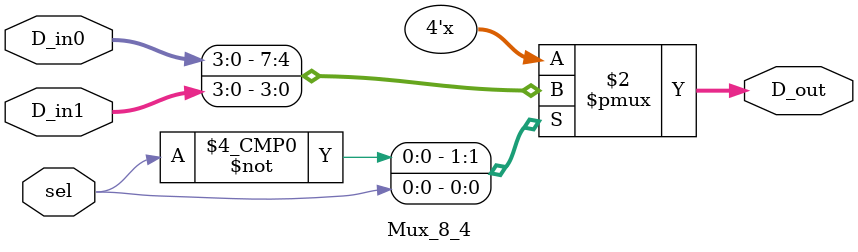
<source format=v>
`timescale 1ns / 1ps
module Mux_8_4(
	input sel,
	input[3:0] D_in0, D_in1,
	output reg[3:0] D_out
	);

	always @ (sel, D_in0, D_in1) begin
		case(sel)
			1'b0:
				D_out <= D_in0;			
			1'b1:
				D_out <= D_in1;			
			default:
				D_out <= D_in0;
		endcase		
	end

endmodule

</source>
